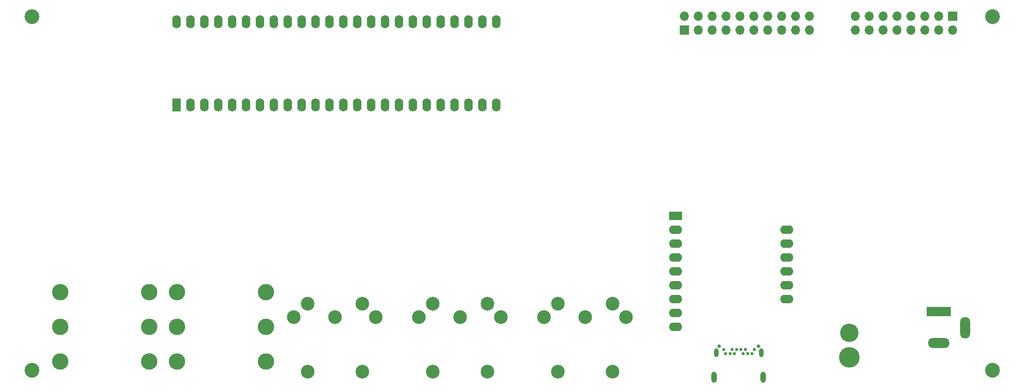
<source format=gbr>
%TF.GenerationSoftware,KiCad,Pcbnew,(5.1.10)-1*%
%TF.CreationDate,2021-09-19T21:59:08+02:00*%
%TF.ProjectId,xfm2,78666d32-2e6b-4696-9361-645f70636258,rev?*%
%TF.SameCoordinates,Original*%
%TF.FileFunction,Soldermask,Bot*%
%TF.FilePolarity,Negative*%
%FSLAX46Y46*%
G04 Gerber Fmt 4.6, Leading zero omitted, Abs format (unit mm)*
G04 Created by KiCad (PCBNEW (5.1.10)-1) date 2021-09-19 21:59:08*
%MOMM*%
%LPD*%
G01*
G04 APERTURE LIST*
%ADD10O,2.400000X1.600000*%
%ADD11R,2.400000X1.600000*%
%ADD12O,1.700000X1.700000*%
%ADD13R,1.700000X1.700000*%
%ADD14C,2.700000*%
%ADD15C,3.765000*%
%ADD16C,3.360000*%
%ADD17C,2.500000*%
%ADD18R,1.600000X2.400000*%
%ADD19O,1.600000X2.400000*%
%ADD20O,1.800000X4.000000*%
%ADD21O,4.000000X1.800000*%
%ADD22R,4.400000X1.800000*%
%ADD23C,3.000000*%
%ADD24C,0.650000*%
%ADD25C,0.600000*%
%ADD26O,0.800000X1.600000*%
%ADD27O,1.000000X2.000000*%
G04 APERTURE END LIST*
D10*
%TO.C,U4*%
X202319000Y-126034000D03*
X181999000Y-131114000D03*
X202319000Y-128574000D03*
X181999000Y-128574000D03*
X202319000Y-131114000D03*
X181999000Y-126034000D03*
X202319000Y-133654000D03*
D11*
X181999000Y-123494000D03*
D10*
X181999000Y-133604000D03*
X181991000Y-136144000D03*
X181991000Y-138684000D03*
X181991000Y-141224000D03*
X181991000Y-143764000D03*
X202311000Y-136144000D03*
X202311000Y-138684000D03*
%TD*%
D12*
%TO.C,J2*%
X206502000Y-86868000D03*
X206502000Y-89408000D03*
X203962000Y-86868000D03*
X203962000Y-89408000D03*
X201422000Y-86868000D03*
X201422000Y-89408000D03*
X198882000Y-86868000D03*
X198882000Y-89408000D03*
X196342000Y-86868000D03*
X196342000Y-89408000D03*
X193802000Y-86868000D03*
X193802000Y-89408000D03*
X191262000Y-86868000D03*
X191262000Y-89408000D03*
X188722000Y-86868000D03*
X188722000Y-89408000D03*
X186182000Y-86868000D03*
X186182000Y-89408000D03*
X183642000Y-86868000D03*
D13*
X183642000Y-89408000D03*
%TD*%
D14*
%TO.C,REF\u002A\u002A*%
X239903000Y-86995000D03*
%TD*%
%TO.C,REF\u002A\u002A*%
X239903000Y-151765000D03*
%TD*%
%TO.C,REF\u002A\u002A*%
X64389000Y-151765000D03*
%TD*%
%TO.C,REF\u002A\u002A*%
X64389000Y-86995000D03*
%TD*%
D15*
%TO.C,J5*%
X213741000Y-149352000D03*
D16*
X213741000Y-144852000D03*
%TD*%
D17*
%TO.C,J1*%
X157981000Y-142034000D03*
X170481000Y-139534000D03*
X165481000Y-142034000D03*
X172981000Y-142034000D03*
X160481000Y-139534000D03*
X170481000Y-152034000D03*
X160481000Y-152034000D03*
%TD*%
%TO.C,J3*%
X137621000Y-152034000D03*
X147621000Y-152034000D03*
X137621000Y-139534000D03*
X150121000Y-142034000D03*
X142621000Y-142034000D03*
X147621000Y-139534000D03*
X135121000Y-142034000D03*
%TD*%
%TO.C,J4*%
X112261000Y-142034000D03*
X124761000Y-139534000D03*
X119761000Y-142034000D03*
X127261000Y-142034000D03*
X114761000Y-139534000D03*
X124761000Y-152034000D03*
X114761000Y-152034000D03*
%TD*%
D18*
%TO.C,U2*%
X90805000Y-103124000D03*
D19*
X149225000Y-87884000D03*
X93345000Y-103124000D03*
X146685000Y-87884000D03*
X95885000Y-103124000D03*
X144145000Y-87884000D03*
X98425000Y-103124000D03*
X141605000Y-87884000D03*
X100965000Y-103124000D03*
X139065000Y-87884000D03*
X103505000Y-103124000D03*
X136525000Y-87884000D03*
X106045000Y-103124000D03*
X133985000Y-87884000D03*
X108585000Y-103124000D03*
X131445000Y-87884000D03*
X111125000Y-103124000D03*
X128905000Y-87884000D03*
X113665000Y-103124000D03*
X126365000Y-87884000D03*
X116205000Y-103124000D03*
X123825000Y-87884000D03*
X118745000Y-103124000D03*
X121285000Y-87884000D03*
X121285000Y-103124000D03*
X118745000Y-87884000D03*
X123825000Y-103124000D03*
X116205000Y-87884000D03*
X126365000Y-103124000D03*
X113665000Y-87884000D03*
X128905000Y-103124000D03*
X111125000Y-87884000D03*
X131445000Y-103124000D03*
X108585000Y-87884000D03*
X133985000Y-103124000D03*
X106045000Y-87884000D03*
X136525000Y-103124000D03*
X103505000Y-87884000D03*
X139065000Y-103124000D03*
X100965000Y-87884000D03*
X141605000Y-103124000D03*
X98425000Y-87884000D03*
X144145000Y-103124000D03*
X95885000Y-87884000D03*
X146685000Y-103124000D03*
X93345000Y-87884000D03*
X149225000Y-103124000D03*
X90805000Y-87884000D03*
%TD*%
D20*
%TO.C,J6*%
X234924000Y-143970000D03*
D21*
X230124000Y-146770000D03*
D22*
X230124000Y-140970000D03*
%TD*%
D13*
%TO.C,J7*%
X232664000Y-86868000D03*
D12*
X232664000Y-89408000D03*
X230124000Y-86868000D03*
X230124000Y-89408000D03*
X227584000Y-86868000D03*
X227584000Y-89408000D03*
X225044000Y-86868000D03*
X225044000Y-89408000D03*
X222504000Y-86868000D03*
X222504000Y-89408000D03*
X219964000Y-86868000D03*
X219964000Y-89408000D03*
X217424000Y-86868000D03*
X217424000Y-89408000D03*
X214884000Y-86868000D03*
X214884000Y-89408000D03*
%TD*%
D23*
%TO.C,J8*%
X107188000Y-143764000D03*
X107188000Y-150114000D03*
X107188000Y-137414000D03*
X90958000Y-143764000D03*
X90958000Y-150114000D03*
X90958000Y-137414000D03*
%TD*%
%TO.C,J9*%
X69622000Y-137414000D03*
X69622000Y-150114000D03*
X69622000Y-143764000D03*
X85852000Y-137414000D03*
X85852000Y-150114000D03*
X85852000Y-143764000D03*
%TD*%
D24*
%TO.C,J10*%
X189998000Y-147320000D03*
D25*
X196398000Y-147970000D03*
X195998000Y-148670000D03*
X195198000Y-148670000D03*
X194798000Y-147970000D03*
X194398000Y-148670000D03*
X193998000Y-147970000D03*
X193198000Y-147970000D03*
X192798000Y-148670000D03*
X192398000Y-147970000D03*
X191998000Y-148670000D03*
X191198000Y-148670000D03*
X190798000Y-147970000D03*
D26*
X189468000Y-148570000D03*
X197728000Y-148570000D03*
D27*
X189058000Y-153020000D03*
X198038000Y-153020000D03*
D24*
X197198000Y-147320000D03*
%TD*%
M02*

</source>
